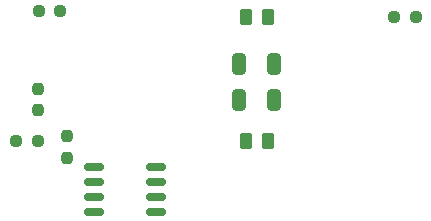
<source format=gbr>
%TF.GenerationSoftware,KiCad,Pcbnew,9.0.0*%
%TF.CreationDate,2025-04-22T12:40:57+02:00*%
%TF.ProjectId,carte-capteur-ir,63617274-652d-4636-9170-746575722d69,rev?*%
%TF.SameCoordinates,Original*%
%TF.FileFunction,Paste,Top*%
%TF.FilePolarity,Positive*%
%FSLAX46Y46*%
G04 Gerber Fmt 4.6, Leading zero omitted, Abs format (unit mm)*
G04 Created by KiCad (PCBNEW 9.0.0) date 2025-04-22 12:40:57*
%MOMM*%
%LPD*%
G01*
G04 APERTURE LIST*
G04 Aperture macros list*
%AMRoundRect*
0 Rectangle with rounded corners*
0 $1 Rounding radius*
0 $2 $3 $4 $5 $6 $7 $8 $9 X,Y pos of 4 corners*
0 Add a 4 corners polygon primitive as box body*
4,1,4,$2,$3,$4,$5,$6,$7,$8,$9,$2,$3,0*
0 Add four circle primitives for the rounded corners*
1,1,$1+$1,$2,$3*
1,1,$1+$1,$4,$5*
1,1,$1+$1,$6,$7*
1,1,$1+$1,$8,$9*
0 Add four rect primitives between the rounded corners*
20,1,$1+$1,$2,$3,$4,$5,0*
20,1,$1+$1,$4,$5,$6,$7,0*
20,1,$1+$1,$6,$7,$8,$9,0*
20,1,$1+$1,$8,$9,$2,$3,0*%
G04 Aperture macros list end*
%ADD10RoundRect,0.250000X-0.262500X-0.450000X0.262500X-0.450000X0.262500X0.450000X-0.262500X0.450000X0*%
%ADD11RoundRect,0.237500X-0.237500X0.250000X-0.237500X-0.250000X0.237500X-0.250000X0.237500X0.250000X0*%
%ADD12RoundRect,0.237500X0.237500X-0.250000X0.237500X0.250000X-0.237500X0.250000X-0.237500X-0.250000X0*%
%ADD13RoundRect,0.150000X-0.675000X-0.150000X0.675000X-0.150000X0.675000X0.150000X-0.675000X0.150000X0*%
%ADD14RoundRect,0.250000X-0.325000X-0.650000X0.325000X-0.650000X0.325000X0.650000X-0.325000X0.650000X0*%
%ADD15RoundRect,0.237500X-0.250000X-0.237500X0.250000X-0.237500X0.250000X0.237500X-0.250000X0.237500X0*%
%ADD16RoundRect,0.250000X0.325000X0.650000X-0.325000X0.650000X-0.325000X-0.650000X0.325000X-0.650000X0*%
G04 APERTURE END LIST*
D10*
%TO.C,R1*%
X225954426Y-94560575D03*
X224129426Y-94560575D03*
%TD*%
D11*
%TO.C,R3*%
X208954426Y-95973075D03*
X208954426Y-94148075D03*
%TD*%
D12*
%TO.C,R4*%
X206454426Y-91973075D03*
X206454426Y-90148075D03*
%TD*%
D13*
%TO.C,U1*%
X211204426Y-100600575D03*
X211204426Y-96790575D03*
X211204426Y-98060575D03*
X211204426Y-99330575D03*
X216454426Y-100600575D03*
X216454426Y-99330575D03*
X216454426Y-98060575D03*
X216454426Y-96790575D03*
%TD*%
D14*
%TO.C,C1*%
X223504426Y-88060575D03*
X226454426Y-88060575D03*
%TD*%
D15*
%TO.C,R6*%
X206541926Y-83560575D03*
X208366926Y-83560575D03*
%TD*%
D10*
%TO.C,R2*%
X224129426Y-84060575D03*
X225954426Y-84060575D03*
%TD*%
D15*
%TO.C,R8*%
X204629426Y-94560575D03*
X206454426Y-94560575D03*
%TD*%
D16*
%TO.C,C2*%
X226454426Y-91060575D03*
X223504426Y-91060575D03*
%TD*%
D15*
%TO.C,R5*%
X236629426Y-84060575D03*
X238454426Y-84060575D03*
%TD*%
M02*

</source>
